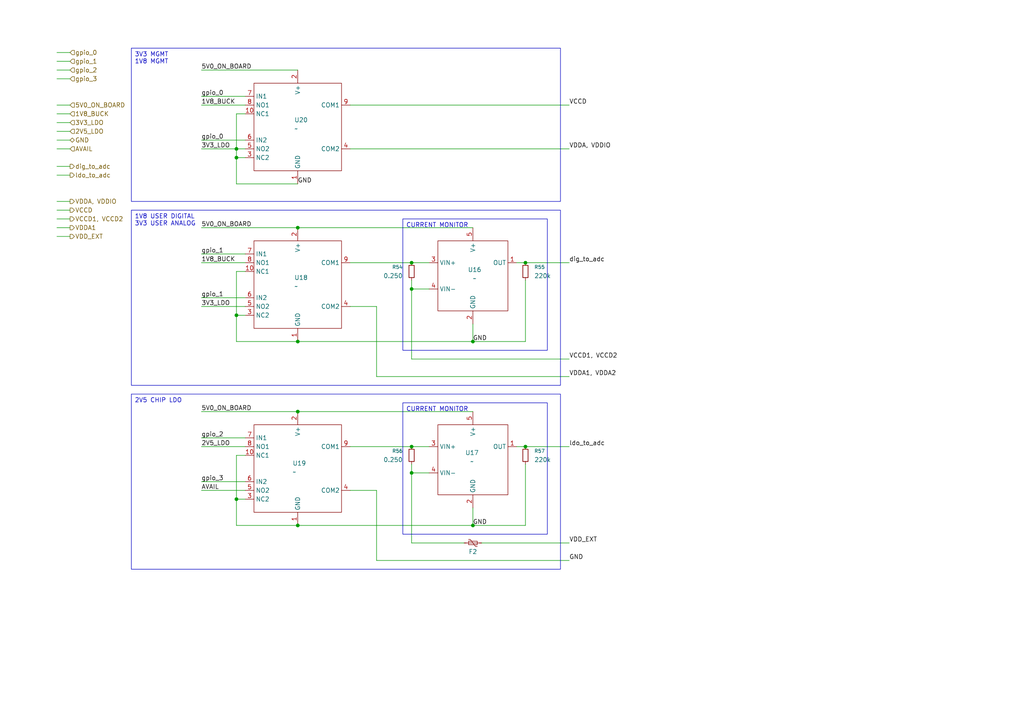
<source format=kicad_sch>
(kicad_sch (version 20250114) (generator "eeschema") (generator_version "9.0")
  (paper "A4")
  (title_block (title "PMIC_SWITCHING") (rev "0.00"))
  (lib_symbols
    (symbol "592-partslib:INA138NA/3K"
      (property "Reference" "U" (at 0 0 0))
      (symbol "INA138NA/3K_0_1"
        (rectangle (start -10.16 10.16) (end 10.16 -10.16))
      )
      (symbol "INA138NA/3K_1_1"
        (pin input line (at -12.7 3.81 0) (length 2.54) (name "VIN+") (number "3"))
        (pin input line (at -12.7 -3.81 0) (length 2.54) (name "VIN-") (number "4"))
        (pin power_in line (at 0 13.97 270) (length 3.81) (name "V+") (number "5"))
        (pin power_in line (at 0 -13.97 90) (length 3.81) (name "GND") (number "2"))
        (pin output line (at 12.7 3.81 180) (length 2.54) (name "OUT") (number "1"))
      )
    )
    (symbol "592-partslib:ISL54059IRUZ-T_uTQFN"
      (property "Reference" "U" (at 0 0 0))
      (symbol "ISL54059IRUZ-T_uTQFN_0_1"
        (rectangle (start -12.7 12.7) (end 12.7 -12.7))
      )
      (symbol "ISL54059IRUZ-T_uTQFN_1_1"
        (pin input line (at -15.24 8.89 0) (length 2.54) (name "IN1") (number "7"))
        (pin input line (at -15.24 6.35 0) (length 2.54) (name "NO1") (number "8"))
        (pin input line (at -15.24 3.81 0) (length 2.54) (name "NC1") (number "10"))
        (pin input line (at -15.24 -3.81 0) (length 2.54) (name "IN2") (number "6"))
        (pin power_in line (at -15.24 -6.35 0) (length 2.54) (name "NO2") (number "5"))
        (pin power_in line (at -15.24 -8.89 0) (length 2.54) (name "NC2") (number "3"))
        (pin power_in line (at 0 16.51 270) (length 3.81) (name "V+") (number "2"))
        (pin power_in line (at 0 -16.51 90) (length 3.81) (name "GND") (number "1"))
        (pin output line (at 15.24 6.35 180) (length 2.54) (name "COM1") (number "9"))
        (pin output line (at 15.24 -6.35 180) (length 2.54) (name "COM2") (number "4"))
      )
    )
    (symbol "Device:Polyfuse_Small" (pin_numbers (hide yes)) (pin_names (offset 0))
      (property "Reference" "F" (at -1.905 0 90))
      (property "Value" "Polyfuse_Small" (at 1.905 0 90))
      (symbol "Polyfuse_Small_0_1"
        (polyline (pts (xy -1.016 1.27) (xy -1.016 0.762) (xy 1.016 -0.762) (xy 1.016 -1.27)))
        (rectangle (start -0.508 1.27) (end 0.508 -1.27))
        (polyline (pts (xy 0 2.54) (xy 0 -2.54)))
      )
      (symbol "Polyfuse_Small_1_1"
        (pin passive line (at 0 2.54 270) (length 0.635) (name "~") (number "1"))
        (pin passive line (at 0 -2.54 90) (length 0.635) (name "~") (number "2"))
      )
    )
    (symbol "Device:R_Small" (pin_numbers (hide yes)) (pin_names (offset 0.254) (hide yes))
      (property "Reference" "R" (at 0 0 90))
      (property "Value" "R_Small" (at 1.778 0 90))
      (symbol "R_Small_0_1"
        (rectangle (start -0.762 1.778) (end 0.762 -1.778) (stroke (width 0.2032)))
      )
      (symbol "R_Small_1_1"
        (pin passive line (at 0 2.54 270) (length 0.762) (name "~") (number "1"))
        (pin passive line (at 0 -2.54 90) (length 0.762) (name "~") (number "2"))
      )
    )
  )
  (text_box "1V8 USER DIGITAL\n3V3 USER ANALOG" (at 38.1 60.96 0) (size 124.46 50.8) (margins 0.9525 0.9525 0.9525 0.9525) (effects (font (size 1.27 1.27)) (justify left top)))
  (text_box "2V5 CHIP LDO" (at 38.1 114.3 0) (size 124.46 50.8) (margins 0.9525 0.9525 0.9525 0.9525) (effects (font (size 1.27 1.27)) (justify left top)))
  (text_box "3V3 MGMT\n1V8 MGMT" (at 38.1 13.97 0) (size 124.46 44.45) (margins 0.9525 0.9525 0.9525 0.9525) (effects (font (size 1.27 1.27)) (justify left top)))
  (text_box "CURRENT MONITOR" (at 116.84 63.5 0) (size 41.91 38.1) (margins 0.9525 0.9525 0.9525 0.9525) (effects (font (size 1.27 1.27)) (justify left top)))
  (text_box "CURRENT MONITOR" (at 116.84 116.84 0) (size 41.91 38.1) (margins 0.9525 0.9525 0.9525 0.9525) (effects (font (size 1.27 1.27)) (justify left top)))
  (junction (at 68.58 91.44))
  (junction (at 119.38 76.2))
  (junction (at 68.58 43.18))
  (junction (at 152.4 129.54))
  (junction (at 86.36 99.06))
  (junction (at 137.16 152.4))
  (junction (at 137.16 99.06))
  (junction (at 119.38 137.16))
  (junction (at 86.36 119.38))
  (junction (at 119.38 129.54))
  (junction (at 68.58 144.78))
  (junction (at 86.36 152.4))
  (junction (at 152.4 76.2))
  (junction (at 68.58 45.72))
  (junction (at 86.36 66.04))
  (junction (at 119.38 83.82))
  (wire (pts (xy 16.51 60.96) (xy 20.32 60.96)))
  (wire (pts (xy 119.38 81.28) (xy 119.38 83.82)))
  (wire (pts (xy 16.51 43.18) (xy 20.32 43.18)))
  (wire (pts (xy 86.36 99.06) (xy 137.16 99.06)))
  (wire (pts (xy 149.86 129.54) (xy 152.4 129.54)))
  (wire (pts (xy 58.42 139.7) (xy 71.12 139.7)))
  (wire (pts (xy 58.42 119.38) (xy 86.36 119.38)))
  (wire (pts (xy 137.16 152.4) (xy 137.16 147.32)))
  (wire (pts (xy 149.86 76.2) (xy 152.4 76.2)))
  (wire (pts (xy 16.51 30.48) (xy 20.32 30.48)))
  (wire (pts (xy 58.42 142.24) (xy 71.12 142.24)))
  (wire (pts (xy 109.22 109.22) (xy 165.1 109.22)))
  (wire (pts (xy 58.42 129.54) (xy 71.12 129.54)))
  (wire (pts (xy 58.42 88.9) (xy 71.12 88.9)))
  (wire (pts (xy 152.4 134.62) (xy 152.4 152.4)))
  (wire (pts (xy 101.6 129.54) (xy 119.38 129.54)))
  (wire (pts (xy 16.51 66.04) (xy 20.32 66.04)))
  (wire (pts (xy 16.51 68.58) (xy 20.32 68.58)))
  (wire (pts (xy 119.38 76.2) (xy 124.46 76.2)))
  (wire (pts (xy 58.42 30.48) (xy 71.12 30.48)))
  (wire (pts (xy 86.36 53.34) (xy 68.58 53.34)))
  (wire (pts (xy 152.4 99.06) (xy 137.16 99.06)))
  (wire (pts (xy 109.22 162.56) (xy 109.22 142.24)))
  (wire (pts (xy 58.42 86.36) (xy 71.12 86.36)))
  (wire (pts (xy 119.38 137.16) (xy 124.46 137.16)))
  (wire (pts (xy 16.51 38.1) (xy 20.32 38.1)))
  (wire (pts (xy 68.58 152.4) (xy 86.36 152.4)))
  (wire (pts (xy 68.58 132.08) (xy 68.58 144.78)))
  (wire (pts (xy 101.6 76.2) (xy 119.38 76.2)))
  (wire (pts (xy 119.38 137.16) (xy 119.38 157.48)))
  (wire (pts (xy 58.42 127) (xy 71.12 127)))
  (wire (pts (xy 68.58 43.18) (xy 68.58 33.02)))
  (wire (pts (xy 16.51 22.86) (xy 20.32 22.86)))
  (wire (pts (xy 152.4 81.28) (xy 152.4 99.06)))
  (wire (pts (xy 86.36 99.06) (xy 68.58 99.06)))
  (wire (pts (xy 68.58 78.74) (xy 71.12 78.74)))
  (wire (pts (xy 86.36 152.4) (xy 137.16 152.4)))
  (wire (pts (xy 16.51 15.24) (xy 20.32 15.24)))
  (wire (pts (xy 68.58 33.02) (xy 71.12 33.02)))
  (wire (pts (xy 119.38 157.48) (xy 134.62 157.48)))
  (wire (pts (xy 101.6 43.18) (xy 165.1 43.18)))
  (wire (pts (xy 86.36 66.04) (xy 137.16 66.04)))
  (wire (pts (xy 68.58 43.18) (xy 71.12 43.18)))
  (wire (pts (xy 152.4 76.2) (xy 165.1 76.2)))
  (wire (pts (xy 58.42 27.94) (xy 71.12 27.94)))
  (wire (pts (xy 16.51 63.5) (xy 20.32 63.5)))
  (wire (pts (xy 58.42 40.64) (xy 71.12 40.64)))
  (wire (pts (xy 119.38 83.82) (xy 119.38 104.14)))
  (wire (pts (xy 101.6 88.9) (xy 109.22 88.9)))
  (wire (pts (xy 68.58 45.72) (xy 68.58 43.18)))
  (wire (pts (xy 68.58 144.78) (xy 68.58 152.4)))
  (wire (pts (xy 152.4 152.4) (xy 137.16 152.4)))
  (wire (pts (xy 119.38 134.62) (xy 119.38 137.16)))
  (wire (pts (xy 68.58 53.34) (xy 68.58 45.72)))
  (wire (pts (xy 109.22 109.22) (xy 109.22 88.9)))
  (wire (pts (xy 119.38 104.14) (xy 165.1 104.14)))
  (wire (pts (xy 16.51 33.02) (xy 20.32 33.02)))
  (wire (pts (xy 16.51 40.64) (xy 20.32 40.64)))
  (wire (pts (xy 109.22 162.56) (xy 165.1 162.56)))
  (wire (pts (xy 16.51 17.78) (xy 20.32 17.78)))
  (wire (pts (xy 139.7 157.48) (xy 165.1 157.48)))
  (wire (pts (xy 16.51 35.56) (xy 20.32 35.56)))
  (wire (pts (xy 109.22 142.24) (xy 101.6 142.24)))
  (wire (pts (xy 58.42 20.32) (xy 86.36 20.32)))
  (wire (pts (xy 68.58 45.72) (xy 71.12 45.72)))
  (wire (pts (xy 16.51 58.42) (xy 20.32 58.42)))
  (wire (pts (xy 68.58 144.78) (xy 71.12 144.78)))
  (wire (pts (xy 152.4 129.54) (xy 165.1 129.54)))
  (wire (pts (xy 119.38 129.54) (xy 124.46 129.54)))
  (wire (pts (xy 58.42 76.2) (xy 71.12 76.2)))
  (wire (pts (xy 16.51 20.32) (xy 20.32 20.32)))
  (wire (pts (xy 58.42 66.04) (xy 86.36 66.04)))
  (wire (pts (xy 68.58 91.44) (xy 71.12 91.44)))
  (wire (pts (xy 16.51 50.8) (xy 20.32 50.8)))
  (wire (pts (xy 119.38 83.82) (xy 124.46 83.82)))
  (wire (pts (xy 137.16 99.06) (xy 137.16 93.98)))
  (wire (pts (xy 58.42 73.66) (xy 71.12 73.66)))
  (wire (pts (xy 68.58 91.44) (xy 68.58 78.74)))
  (wire (pts (xy 101.6 30.48) (xy 165.1 30.48)))
  (wire (pts (xy 58.42 43.18) (xy 68.58 43.18)))
  (wire (pts (xy 68.58 99.06) (xy 68.58 91.44)))
  (wire (pts (xy 16.51 48.26) (xy 20.32 48.26)))
  (wire (pts (xy 86.36 119.38) (xy 137.16 119.38)))
  (wire (pts (xy 71.12 132.08) (xy 68.58 132.08)))
  (label "3V3_LDO" (at 58.42 88.9 0))
  (label "VCCD" (at 165.1 30.48 0))
  (label "dig_to_adc" (at 165.1 76.2 0))
  (label "AVAIL" (at 58.42 142.24 0))
  (label "1V8_BUCK" (at 58.42 30.48 0))
  (label "GND" (at 137.16 99.06 0))
  (label "ldo_to_adc" (at 165.1 129.54 0))
  (label "gpio_0" (at 58.42 40.64 0))
  (label "VDD_EXT" (at 165.1 157.48 0))
  (label "GND" (at 86.36 53.34 0))
  (label "gpio_3" (at 58.42 139.7 0))
  (label "gpio_1" (at 58.42 86.36 0))
  (label "1V8_BUCK" (at 58.42 76.2 0))
  (label "3V3_LDO" (at 58.42 43.18 0))
  (label "VDDA, VDDIO" (at 165.1 43.18 0))
  (label "gpio_0" (at 58.42 27.94 0))
  (label "5V0_ON_BOARD" (at 58.42 119.38 0))
  (label "VCCD1, VCCD2" (at 165.1 104.14 0))
  (label "2V5_LDO" (at 58.42 129.54 0))
  (label "gpio_2" (at 58.42 127 0))
  (label "5V0_ON_BOARD" (at 58.42 20.32 0))
  (label "VDDA1, VDDA2" (at 165.1 109.22 0))
  (label "GND" (at 165.1 162.56 0))
  (label "5V0_ON_BOARD" (at 58.42 66.04 0))
  (label "GND" (at 137.16 152.4 0))
  (label "gpio_1" (at 58.42 73.66 0))
  (hierarchical_label "gpio_2" (shape input) (at 20.32 20.32 0))
  (hierarchical_label "gpio_1" (shape input) (at 20.32 17.78 0))
  (hierarchical_label "gpio_0" (shape input) (at 20.32 15.24 0))
  (hierarchical_label "dig_to_adc" (shape output) (at 20.32 48.26 0))
  (hierarchical_label "VDDA1" (shape output) (at 20.32 66.04 0))
  (hierarchical_label "ldo_to_adc" (shape output) (at 20.32 50.8 0))
  (hierarchical_label "1V8_BUCK" (shape input) (at 20.32 33.02 0))
  (hierarchical_label "2V5_LDO" (shape input) (at 20.32 38.1 0))
  (hierarchical_label "GND" (shape bidirectional) (at 20.32 40.64 0))
  (hierarchical_label "VCCD1, VCCD2" (shape output) (at 20.32 63.5 0))
  (hierarchical_label "VCCD" (shape output) (at 20.32 60.96 0))
  (hierarchical_label "3V3_LDO" (shape input) (at 20.32 35.56 0))
  (hierarchical_label "gpio_3" (shape input) (at 20.32 22.86 0))
  (hierarchical_label "VDD_EXT" (shape output) (at 20.32 68.58 0))
  (hierarchical_label "5V0_ON_BOARD" (shape input) (at 20.32 30.48 0))
  (hierarchical_label "VDDA, VDDIO" (shape output) (at 20.32 58.42 0))
  (hierarchical_label "AVAIL" (shape input) (at 20.32 43.18 0))
  (symbol (lib_id "Device:R_Small") (at 152.4 132.08 0) (unit 1)
    (property "Reference" "R57" (at 154.94 130.8099 0) (effects (font (size 1.016 1.016)) (justify left)))
    (property "Value" "220k" (at 154.94 133.3499 0) (effects (justify left)))
    (property "Description" "Resistor, small symbol" (effects (hide yes)))
  )
  (symbol (lib_id "592-partslib:INA138NA/3K") (at 137.16 133.35 0) (unit 1)
    (property "Reference" "U17" (at 136.906 131.318 0))
    (property "Value" "~" (at 136.906 133.858 0))
    (property "Datasheet" "https://www.lcsc.com/datasheet/C47914.pdf" (effects (hide yes)))
    (property "Description" "TI Current Monitor" (effects (hide yes)))
  )
  (symbol (lib_id "592-partslib:ISL54059IRUZ-T_uTQFN") (at 86.36 36.83 0) (unit 1)
    (property "Reference" "U20" (at 85.344 34.798 0) (effects (justify left)))
    (property "Value" "~" (at 85.344 37.338 0) (effects (justify left)))
    (property "Footprint" "uTQFN" (effects (hide yes)))
    (property "Datasheet" "https://www.lcsc.com/datasheet/C2673589.pdf" (effects (hide yes)))
    (property "Description" "Renesas SPDT Sub-Ohm Single Supply Switch" (effects (hide yes)))
  )
  (symbol (lib_id "592-partslib:ISL54059IRUZ-T_uTQFN") (at 86.36 135.89 0) (unit 1)
    (property "Reference" "U19" (at 84.836 134.366 0) (effects (justify left)))
    (property "Value" "~" (at 84.836 136.906 0) (effects (justify left)))
    (property "Footprint" "uTQFN" (effects (hide yes)))
    (property "Datasheet" "https://www.lcsc.com/datasheet/C2673589.pdf" (effects (hide yes)))
    (property "Description" "Renesas SPDT Sub-Ohm Single Supply Switch" (effects (hide yes)))
  )
  (symbol (lib_id "592-partslib:ISL54059IRUZ-T_uTQFN") (at 86.36 82.55 0) (unit 1)
    (property "Reference" "U18" (at 85.344 80.518 0) (effects (justify left)))
    (property "Value" "~" (at 85.344 83.058 0) (effects (justify left)))
    (property "Footprint" "uTQFN" (effects (hide yes)))
    (property "Datasheet" "https://www.lcsc.com/datasheet/C2673589.pdf" (effects (hide yes)))
    (property "Description" "Renesas SPDT Sub-Ohm Single Supply Switch" (effects (hide yes)))
  )
  (symbol (lib_id "592-partslib:INA138NA/3K") (at 137.16 80.01 0) (unit 1)
    (property "Reference" "U16" (at 137.668 78.232 0))
    (property "Value" "~" (at 137.668 80.772 0))
    (property "Datasheet" "https://www.lcsc.com/datasheet/C47914.pdf" (effects (hide yes)))
    (property "Description" "TI Current Monitor" (effects (hide yes)))
  )
  (symbol (lib_id "Device:R_Small") (at 152.4 78.74 0) (unit 1)
    (property "Reference" "R55" (at 154.94 77.4699 0) (effects (font (size 1.016 1.016)) (justify left)))
    (property "Value" "220k" (at 154.94 80.0099 0) (effects (justify left)))
    (property "Description" "Resistor, small symbol" (effects (hide yes)))
  )
  (symbol (lib_id "Device:R_Small") (at 119.38 132.08 0) (mirror y) (unit 1)
    (property "Reference" "R56" (at 116.84 130.8099 0) (effects (font (size 1.016 1.016)) (justify left)))
    (property "Value" "0.250" (at 116.84 133.3499 0) (effects (justify left)))
    (property "Description" "Resistor, small symbol" (effects (hide yes)))
  )
  (symbol (lib_id "Device:Polyfuse_Small") (at 137.16 157.48 90) (mirror x) (unit 1)
    (property "Reference" "F2" (at 137.16 160.02 90))
    (property "Footprint" "0603" (effects (hide yes)))
    (property "Datasheet" "https://www.lcsc.com/datasheet/C224188.pdf" (effects (hide yes)))
    (property "Description" "Resettable fuse, polymeric positive temperature coefficient, small symbol" (effects (hide yes)))
  )
  (symbol (lib_id "Device:R_Small") (at 119.38 78.74 0) (mirror y) (unit 1)
    (property "Reference" "R54" (at 116.84 77.4699 0) (effects (font (size 1.016 1.016)) (justify left)))
    (property "Value" "0.250" (at 116.84 80.0099 0) (effects (justify left)))
    (property "Description" "Resistor, small symbol" (effects (hide yes)))
  )
)
</source>
